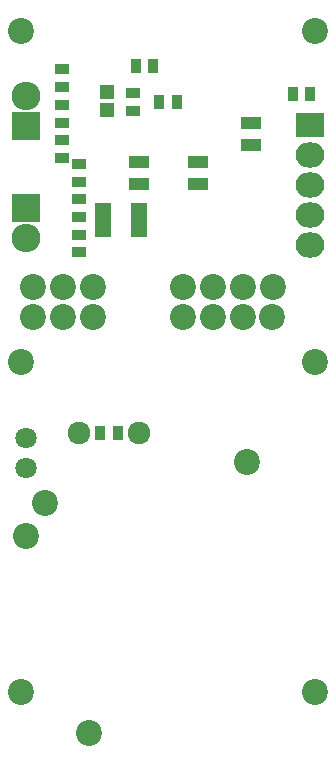
<source format=gbs>
G04 #@! TF.FileFunction,Soldermask,Bot*
%FSLAX46Y46*%
G04 Gerber Fmt 4.6, Leading zero omitted, Abs format (unit mm)*
G04 Created by KiCad (PCBNEW 4.0.1-stable) date 2016/08/25 3:11:25*
%MOMM*%
G01*
G04 APERTURE LIST*
%ADD10C,0.100000*%
%ADD11C,2.200000*%
%ADD12R,1.300000X0.900000*%
%ADD13R,1.400000X2.900000*%
%ADD14C,1.924000*%
%ADD15R,1.700000X1.100000*%
%ADD16R,2.432000X2.127200*%
%ADD17O,2.432000X2.127200*%
%ADD18R,2.432000X2.432000*%
%ADD19O,2.432000X2.432000*%
%ADD20R,0.900000X1.300000*%
%ADD21C,1.800000*%
%ADD22R,1.150000X1.200000*%
G04 APERTURE END LIST*
D10*
D11*
X-10450000Y-12000000D03*
X-12049999Y-14771281D03*
X6661457Y-8526276D03*
X-6678123Y-31418100D03*
X-12450000Y28000000D03*
X12450000Y28000000D03*
X-12450000Y-28000000D03*
X12450000Y-28000000D03*
X12450000Y0D03*
X-12450000Y0D03*
D12*
X-9000000Y18750000D03*
X-9000000Y17250000D03*
D13*
X-2500000Y12000000D03*
X-5500000Y12000000D03*
D14*
X-2500000Y-6000000D03*
X-7500000Y-6000000D03*
D15*
X-2500000Y15050000D03*
X-2500000Y16950000D03*
X2500000Y15050000D03*
X2500000Y16950000D03*
X7000000Y18350000D03*
X7000000Y20250000D03*
D16*
X12000000Y20080000D03*
D17*
X12000000Y17540000D03*
X12000000Y15000000D03*
X12000000Y12460000D03*
X12000000Y9920000D03*
D18*
X-12000000Y13000000D03*
D19*
X-12000000Y10460000D03*
D18*
X-12000000Y20000000D03*
D19*
X-12000000Y22540000D03*
D11*
X8800000Y3810000D03*
X8890000Y6350000D03*
X6350000Y3810000D03*
X6350000Y6350000D03*
X3810000Y3810000D03*
X3800000Y6350000D03*
X1270000Y3810000D03*
X1270000Y6350000D03*
X-6350000Y3810000D03*
X-6350000Y6350000D03*
X-8890000Y6350000D03*
X-8890000Y3810000D03*
X-11430000Y6350000D03*
X-11430000Y3810000D03*
D20*
X12050000Y22700000D03*
X10550000Y22700000D03*
X-5750000Y-6000000D03*
X-4250000Y-6000000D03*
D12*
X-7500000Y9250000D03*
X-7500000Y10750000D03*
D20*
X750000Y22000000D03*
X-750000Y22000000D03*
D12*
X-3000000Y22750000D03*
X-3000000Y21250000D03*
X-7500000Y13750000D03*
X-7500000Y12250000D03*
X-7500000Y16750000D03*
X-7500000Y15250000D03*
D20*
X-2750000Y25000000D03*
X-1250000Y25000000D03*
D21*
X-12000000Y-9000000D03*
X-12000000Y-6460000D03*
D22*
X-5200000Y21350000D03*
X-5200000Y22850000D03*
D12*
X-9000000Y21750000D03*
X-9000000Y20250000D03*
X-9000000Y24750000D03*
X-9000000Y23250000D03*
M02*

</source>
